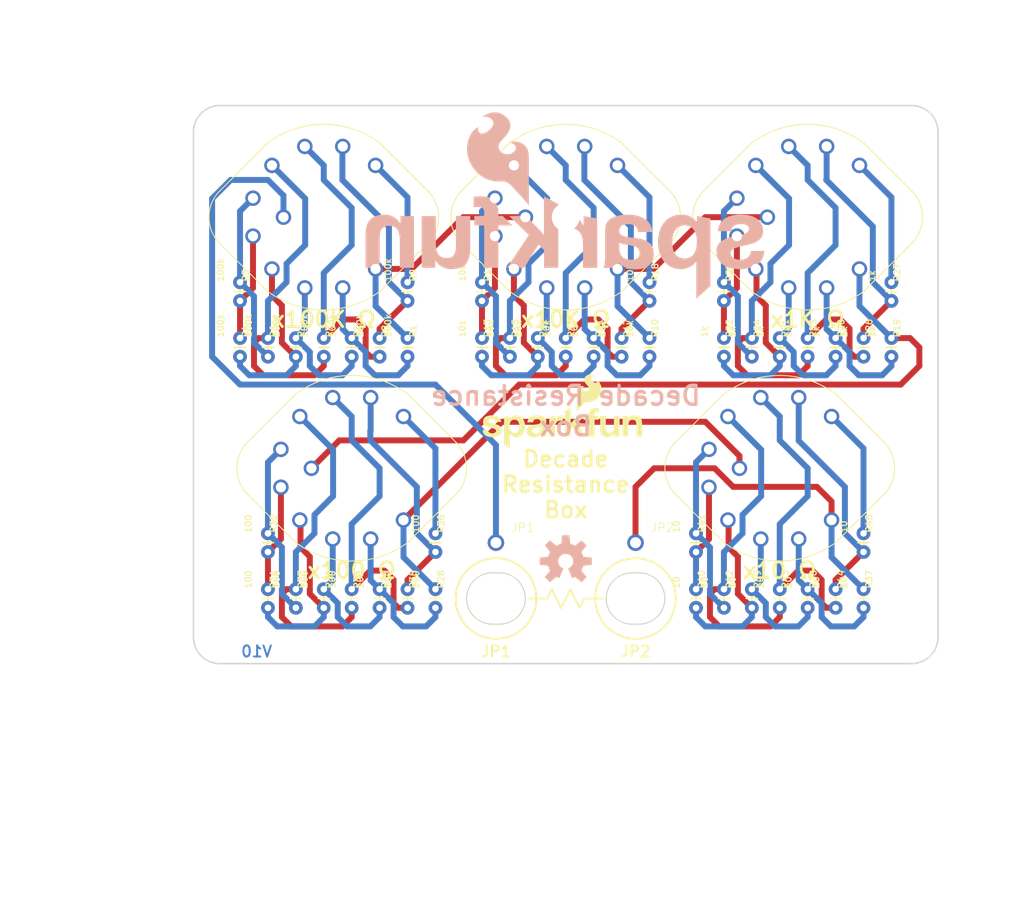
<source format=kicad_pcb>
(kicad_pcb (version 20211014) (generator pcbnew)
  (layers (0 "F.Cu" signal) (31 "B.Cu" signal) (34 "B.Paste" user) (35 "F.Paste" user) (36 "B.SilkS" user "B.Silkscreen") (37 "F.SilkS" user "F.Silkscreen") (38 "B.Mask" user) (39 "F.Mask" user) (44 "Edge.Cuts" user))
  (net 0 "")
  (net 1 "N$1")
  (net 2 "N$2")
  (net 3 "N$3")
  (net 4 "N$4")
  (net 5 "N$5")
  (net 6 "N$6")
  (net 7 "N$7")
  (net 8 "N$8")
  (net 9 "N$9")
  (net 10 "N$10")
  (net 11 "N$17")
  (net 12 "N$11")
  (net 13 "N$12")
  (net 14 "N$13")
  (net 15 "N$14")
  (net 16 "N$15")
  (net 17 "N$16")
  (net 18 "N$18")
  (net 19 "N$19")
  (net 20 "N$20")
  (net 21 "N$21")
  (net 22 "N$23")
  (net 23 "N$24")
  (net 24 "N$25")
  (net 25 "N$26")
  (net 26 "N$27")
  (net 27 "N$28")
  (net 28 "N$29")
  (net 29 "N$30")
  (net 30 "N$31")
  (net 31 "N$32")
  (net 32 "N$34")
  (net 33 "N$35")
  (net 34 "N$36")
  (net 35 "N$37")
  (net 36 "N$38")
  (net 37 "N$39")
  (net 38 "N$40")
  (net 39 "N$41")
  (net 40 "N$42")
  (net 41 "N$43")
  (net 42 "N$45")
  (net 43 "N$46")
  (net 44 "N$47")
  (net 45 "N$48")
  (net 46 "N$49")
  (net 47 "N$50")
  (net 48 "N$51")
  (net 49 "N$52")
  (net 50 "N$53")
  (net 51 "N$54")
  (footprint "boardEagle:STAND-OFF" (layer "F.Cu") (at 195.4911 70.7136)
    (fp_text reference "STANDOFF4" hide)
    (fp_text value "STAND-OFF" hide)
  )
  (footprint "boardEagle:AXIAL-0.1EZ" (layer "F.Cu") (at 181.5211 132.9436 -90)
    (fp_text reference "R38")
    (fp_text value "10")
  )
  (footprint "" (layer "F.Cu") (at 119.2911 116.4336)
    (fp_text reference "@HOLE4" hide)
    (fp_text value "")
  )
  (footprint "boardEagle:STAND-OFF" (layer "F.Cu") (at 101.5111 139.2936)
    (fp_text reference "STANDOFF2" hide)
    (fp_text value "STAND-OFF" hide)
  )
  (footprint "" (layer "F.Cu") (at 181.5211 82.1436)
    (fp_text reference "@HOLE2" hide)
    (fp_text value "")
  )
  (footprint "boardEagle:AXIAL-0.1EZ" (layer "F.Cu") (at 152.3111 98.6536 -90)
    (fp_text reference "R11")
    (fp_text value "10k")
  )
  (footprint "boardEagle:AXIAL-0.1EZ" (layer "F.Cu") (at 189.1411 132.9436 -90)
    (fp_text reference "R37")
    (fp_text value "10")
  )
  (footprint "boardEagle:AXIAL-0.1EZ" (layer "F.Cu") (at 126.9111 98.6536 -90)
    (fp_text reference "R1")
    (fp_text value "100k")
  )
  (footprint "boardEagle:AXIAL-0.1EZ" (layer "F.Cu") (at 148.5011 98.6536 -90)
    (fp_text reference "R16")
    (fp_text value "10k")
  )
  (footprint "boardEagle:ROTARY_SWITCH_1X10_KIT" (layer "F.Cu") (at 181.5211 82.1436 -90)
    (fp_text reference "SW3" hide)
    (fp_text value "SWITCH_ROTARY_1X10KIT" hide)
  )
  (footprint "boardEagle:AXIAL-0.1EZ" (layer "F.Cu") (at 156.1211 98.6536 -90)
    (fp_text reference "R17")
    (fp_text value "10k")
  )
  (footprint "boardEagle:AXIAL-0.1EZ" (layer "F.Cu") (at 140.8811 98.6536 -90)
    (fp_text reference "R15")
    (fp_text value "10k")
  )
  (footprint "boardEagle:ROTARY_SWITCH_1X10_KIT" (layer "F.Cu") (at 148.5011 82.1436 -90)
    (fp_text reference "SW2" hide)
    (fp_text value "SWITCH_ROTARY_1X10KIT" hide)
  )
  (footprint "boardEagle:AXIAL-0.1EZ" (layer "F.Cu") (at 173.9011 98.6536 -90)
    (fp_text reference "R24")
    (fp_text value "1k")
  )
  (footprint "boardEagle:AXIAL-0.1EZ" (layer "F.Cu") (at 111.6711 132.9436 -90)
    (fp_text reference "R33")
    (fp_text value "100")
  )
  (footprint "boardEagle:STAND-OFF" (layer "F.Cu") (at 195.4911 139.2936)
    (fp_text reference "STANDOFF3" hide)
    (fp_text value "STAND-OFF" hide)
  )
  (footprint "boardEagle:AXIAL-0.1EZ" (layer "F.Cu") (at 159.9311 91.0336 -90)
    (fp_text reference "R18")
    (fp_text value "10k")
  )
  (footprint "boardEagle:AXIAL-0.1EZ" (layer "F.Cu") (at 115.4811 98.6536 -90)
    (fp_text reference "R7")
    (fp_text value "100k")
  )
  (footprint "boardEagle:ROTARY_SWITCH_1X10_KIT" (layer "F.Cu") (at 177.7111 116.4336 -90)
    (fp_text reference "SW5" hide)
    (fp_text value "SWITCH_ROTARY_1X10KIT" hide)
  )
  (footprint "boardEagle:CREATIVE_COMMONS" (layer "F.Cu") (at 121.8311 176.1236)
    (fp_text reference "FRAME1" hide)
    (fp_text value "FRAME-LETTER" hide)
  )
  (footprint "boardEagle:AXIAL-0.1EZ" (layer "F.Cu") (at 192.9511 98.6536 -90)
    (fp_text reference "R19")
    (fp_text value "1k")
  )
  (footprint "boardEagle:OSHW-LOGO-L" (layer "F.Cu") (at 148.5011 129.1336)
    (fp_text reference "LOGO1" hide)
    (fp_text value "OSHW-LOGOL" hide)
  )
  (footprint "boardEagle:AXIAL-0.1EZ" (layer "F.Cu") (at 123.1011 132.9436 -90)
    (fp_text reference "R29")
    (fp_text value "100")
  )
  (footprint "boardEagle:AXIAL-0.1EZ" (layer "F.Cu") (at 111.6711 98.6536 -90)
    (fp_text reference "R3")
    (fp_text value "100k")
  )
  (footprint "boardEagle:AXIAL-0.1EZ" (layer "F.Cu") (at 170.0911 132.9436 -90)
    (fp_text reference "R42")
    (fp_text value "10")
  )
  (footprint "boardEagle:AXIAL-0.1EZ" (layer "F.Cu") (at 185.3311 132.9436 -90)
    (fp_text reference "R44")
    (fp_text value "10")
  )
  (footprint "boardEagle:STAND-OFF" (layer "F.Cu") (at 101.5111 70.7136)
    (fp_text reference "STANDOFF1" hide)
    (fp_text value "STAND-OFF" hide)
  )
  (footprint "" (layer "F.Cu") (at 148.5011 82.1436)
    (fp_text reference "@HOLE1" hide)
    (fp_text value "")
  )
  (footprint "boardEagle:AXIAL-0.1EZ" (layer "F.Cu") (at 166.2811 132.9436 -90)
    (fp_text reference "R40")
    (fp_text value "10")
  )
  (footprint "boardEagle:AXIAL-0.1EZ" (layer "F.Cu") (at 104.0511 98.6536 -90)
    (fp_text reference "R4")
    (fp_text value "100k")
  )
  (footprint "boardEagle:ROTARY_SWITCH_1X10_KIT" (layer "F.Cu") (at 119.2911 116.4336 -90)
    (fp_text reference "SW4" hide)
    (fp_text value "SWITCH_ROTARY_1X10KIT" hide)
  )
  (footprint "boardEagle:AXIAL-0.1EZ" (layer "F.Cu") (at 126.9111 132.9436 -90)
    (fp_text reference "R35")
    (fp_text value "100")
  )
  (footprint "boardEagle:AXIAL-0.1EZ" (layer "F.Cu") (at 130.7211 125.3236 -90)
    (fp_text reference "R36")
    (fp_text value "100")
  )
  (footprint "boardEagle:AXIAL-0.1EZ" (layer "F.Cu") (at 115.4811 132.9436 -90)
    (fp_text reference "R30")
    (fp_text value "100")
  )
  (footprint "boardEagle:AXIAL-0.1EZ" (layer "F.Cu") (at 119.2911 98.6536 -90)
    (fp_text reference "R2")
    (fp_text value "100k")
  )
  (footprint "boardEagle:AXIAL-0.1EZ" (layer "F.Cu") (at 177.7111 98.6536 -90)
    (fp_text reference "R21")
    (fp_text value "1k")
  )
  (footprint "boardEagle:AXIAL-0.1EZ" (layer "F.Cu") (at 137.0711 98.6536 -90)
    (fp_text reference "R13")
    (fp_text value "10k")
  )
  (footprint "boardEagle:AXIAL-0.1EZ" (layer "F.Cu") (at 119.2911 132.9436 -90)
    (fp_text reference "R34")
    (fp_text value "100")
  )
  (footprint "boardEagle:AXIAL-0.1EZ" (layer "F.Cu") (at 137.0711 91.0336 -90)
    (fp_text reference "R14")
    (fp_text value "10k")
  )
  (footprint "boardEagle:AXIAL-0.1EZ" (layer "F.Cu") (at 107.8611 132.9436 -90)
    (fp_text reference "R31")
    (fp_text value "100")
  )
  (footprint "boardEagle:BANANA-JACK" (layer "F.Cu") (at 138.9761 134.2136)
    (fp_text reference "JP1")
    (fp_text value "")
    (fp_line (start -0.5 3.5) (end 0.5 3.5) (layer "Edge.Cuts") (width 0.127))
    (fp_line (start 0.5 -3.5) (end -0.5 -3.5) (layer "Edge.Cuts") (width 0.127))
    (fp_arc (start 3.999999 -0.000001) (mid 2.974873 2.474873) (end 0.5 3.5) (layer "Edge.Cuts") (width 0.127))
    (fp_arc (start -0.499999 3.500001) (mid -2.974873 2.474874) (end -4 0) (layer "Edge.Cuts") (width 0.127))
    (fp_arc (start -3.999999 0.000001) (mid -2.974873 -2.474873) (end -0.5 -3.5) (layer "Edge.Cuts") (width 0.127))
    (fp_arc (start 0.499999 -3.500001) (mid 2.974873 -2.474874) (end 4 0) (layer "Edge.Cuts") (width 0.127))
  )
  (footprint "boardEagle:AXIAL-0.1EZ" (layer "F.Cu") (at 177.7111 132.9436 -90)
    (fp_text reference "R43")
    (fp_text value "10")
  )
  (footprint "boardEagle:AXIAL-0.1EZ" (layer "F.Cu") (at 144.6911 98.6536 -90)
    (fp_text reference "R12")
    (fp_text value "10k")
  )
  (footprint "boardEagle:AXIAL-0.1EZ" (layer "F.Cu") (at 173.9011 132.9436 -90)
    (fp_text reference "R39")
    (fp_text value "10")
  )
  (footprint "boardEagle:AXIAL-0.1EZ" (layer "F.Cu") (at 192.9511 91.0336 -90)
    (fp_text reference "R27")
    (fp_text value "1k")
  )
  (footprint "boardEagle:AXIAL-0.1EZ" (layer "F.Cu") (at 170.0911 91.0336 -90)
    (fp_text reference "R23")
    (fp_text value "1k")
  )
  (footprint "" (layer "F.Cu") (at 115.4811 82.1436)
    (fp_text reference "@HOLE0" hide)
    (fp_text value "")
  )
  (footprint "boardEagle:AXIAL-0.1EZ" (layer "F.Cu") (at 185.3311 98.6536 -90)
    (fp_text reference "R20")
    (fp_text value "1k")
  )
  (footprint "boardEagle:AXIAL-0.1EZ" (layer "F.Cu") (at 166.2811 125.3236 -90)
    (fp_text reference "R41")
    (fp_text value "10")
  )
  (footprint "boardEagle:AXIAL-0.1EZ" (layer "F.Cu") (at 159.9311 98.6536 -90)
    (fp_text reference "R10")
    (fp_text value "10k")
  )
  (footprint "boardEagle:AXIAL-0.1EZ" (layer "F.Cu") (at 170.0911 98.6536 -90)
    (fp_text reference "R22")
    (fp_text value "1k")
  )
  (footprint "boardEagle:AXIAL-0.1EZ" (layer "F.Cu") (at 130.7211 132.9436 -90)
    (fp_text reference "R28")
    (fp_text value "100")
  )
  (footprint "boardEagle:SFE_LOGO_NAME_FLAME_.2" (layer "F.Cu") (at 136.4361 113.8936)
    (fp_text reference "LOGO2" hide)
    (fp_text value "SFE_LOGO_NAME_FLAME.2_INCH" hide)
  )
  (footprint "boardEagle:AXIAL-0.1EZ" (layer "F.Cu") (at 126.9111 91.0336 -90)
    (fp_text reference "R9")
    (fp_text value "100k")
  )
  (footprint "boardEagle:AXIAL-0.1EZ" (layer "F.Cu") (at 107.8611 98.6536 -90)
    (fp_text reference "R6")
    (fp_text value "100k")
  )
  (footprint "boardEagle:AXIAL-0.1EZ" (layer "F.Cu") (at 181.5211 98.6536 -90)
    (fp_text reference "R25")
    (fp_text value "1k")
  )
  (footprint "boardEagle:AXIAL-0.1EZ" (layer "F.Cu") (at 189.1411 98.6536 -90)
    (fp_text reference "R26")
    (fp_text value "1k")
  )
  (footprint "" (layer "F.Cu") (at 177.7111 116.4336)
    (fp_text reference "@HOLE3" hide)
    (fp_text value "")
  )
  (footprint "boardEagle:AXIAL-0.1EZ" (layer "F.Cu") (at 107.8611 125.3236 -90)
    (fp_text reference "R32")
    (fp_text value "100")
  )
  (footprint "boardEagle:AXIAL-0.1EZ" (layer "F.Cu") (at 104.0511 91.0336 -90)
    (fp_text reference "R5")
    (fp_text value "100k")
  )
  (footprint "boardEagle:AXIAL-0.1EZ" (layer "F.Cu") (at 123.1011 98.6536 -90)
    (fp_text reference "R8")
    (fp_text value "100k")
  )
  (footprint "boardEagle:BANANA-JACK" (layer "F.Cu") (at 158.0261 134.2136)
    (fp_text reference "JP2")
    (fp_text value "")
    (fp_line (start -0.5 3.5) (end 0.5 3.5) (layer "Edge.Cuts") (width 0.127))
    (fp_line (start 0.5 -3.5) (end -0.5 -3.5) (layer "Edge.Cuts") (width 0.127))
    (fp_arc (start 3.999999 -0.000001) (mid 2.974873 2.474873) (end 0.5 3.5) (layer "Edge.Cuts") (width 0.127))
    (fp_arc (start -3.999999 0.000001) (mid -2.974873 -2.474873) (end -0.5 -3.5) (layer "Edge.Cuts") (width 0.127))
    (fp_arc (start 0.499999 -3.500001) (mid 2.974873 -2.474874) (end 4 0) (layer "Edge.Cuts") (width 0.127))
    (fp_arc (start -0.499999 3.500001) (mid -2.974873 2.474874) (end -4 0) (layer "Edge.Cuts") (width 0.127))
  )
  (footprint "boardEagle:AXIAL-0.1EZ" (layer "F.Cu") (at 189.1411 125.3236 -90)
    (fp_text reference "R45")
    (fp_text value "10")
  )
  (footprint "boardEagle:ROTARY_SWITCH_1X10_KIT" (layer "F.Cu") (at 115.4811 82.1436 -90)
    (fp_text reference "SW1" hide)
    (fp_text value "SWITCH_ROTARY_1X10KIT" hide)
  )
  (footprint "boardEagle:OSHW-LOGO-L" (layer "B.Cu") (at 148.5011 129.1336 180)
    (fp_text reference "LOGO4" hide)
    (fp_text value "OSHW-LOGOL" hide)
  )
  (footprint "boardEagle:SFE_LOGO_NAME_FLAME_.5" (layer "B.Cu") (at 176.4411 93.5736 180)
    (fp_text reference "LOGO3" hide)
    (fp_text value "SFE_LOGO_NAME_FLAME.5_INCH" hide)
  )
  (gr_line (start 145.9611 134.2136) (end 146.5961 132.9436) (layer "F.SilkS") (width 0.254))
  (gr_line (start 146.5961 132.9436) (end 147.8661 135.4836) (layer "F.SilkS") (width 0.254))
  (gr_line (start 153.5811 134.2136) (end 151.0411 134.2136) (layer "F.SilkS") (width 0.254))
  (gr_line (start 150.4061 135.4836) (end 151.0411 134.2136) (layer "F.SilkS") (width 0.254))
  (gr_line (start 149.1361 132.9436) (end 150.4061 135.4836) (layer "F.SilkS") (width 0.254))
  (gr_line (start 147.8661 135.4836) (end 149.1361 132.9436) (layer "F.SilkS") (width 0.254))
  (gr_line (start 143.4211 134.2136) (end 145.9611 134.2136) (layer "F.SilkS") (width 0.254))
  (gr_arc (start 195.709 66.9036) (mid 198.248998 67.955702) (end 199.3011 70.4957) (layer "Edge.Cuts") (width 0.2032))
  (gr_arc (start 199.3011 139.5115) (mid 198.248998 142.051498) (end 195.709 143.1036) (layer "Edge.Cuts") (width 0.2032))
  (gr_line (start 97.7011 70.4957) (end 97.7011 139.5115) (layer "Edge.Cuts") (width 0.2032))
  (gr_arc (start 97.7011 70.4957) (mid 98.753202 67.955702) (end 101.2932 66.9036) (layer "Edge.Cuts") (width 0.2032))
  (gr_line (start 101.2932 143.1036) (end 195.709 143.1036) (layer "Edge.Cuts") (width 0.2032))
  (gr_line (start 195.709 66.9036) (end 101.2932 66.9036) (layer "Edge.Cuts") (width 0.2032))
  (gr_line (start 199.3011 139.5115) (end 199.3011 70.4957) (layer "Edge.Cuts") (width 0.2032))
  (gr_arc (start 101.2932 143.1036) (mid 98.753202 142.051498) (end 97.7011 139.5115) (layer "Edge.Cuts") (width 0.2032))
  (gr_text "V10" (at 104.0511 140.5636) (layer "B.Cu") (effects (font (size 1.5113 1.5113) (thickness 0.2667)) (justify right top mirror)))
  (gr_text "Decade Resistance\nBox\n" (at 148.5011 105.0036) (layer "B.SilkS") (effects (font (size 2.5908 2.5908) (thickness 0.4572)) (justify top mirror)))
  (gr_text "x100 Ω" (at 119.2911 129.1336) (layer "F.SilkS") (effects (font (size 2.159 2.159) (thickness 0.381)) (justify top)))
  (gr_text "x10K Ω" (at 148.5011 94.8436) (layer "F.SilkS") (effects (font (size 2.159 2.159) (thickness 0.381)) (justify top)))
  (gr_text "x100K Ω" (at 115.4811 94.8436) (layer "F.SilkS") (effects (font (size 2.159 2.159) (thickness 0.381)) (justify top)))
  (gr_text "Decade\nResistance\nBox\n" (at 148.5011 113.8936) (layer "F.SilkS") (effects (font (size 2.159 2.159) (thickness 0.381)) (justify top)))
  (gr_text "x10 Ω" (at 177.7111 129.1336) (layer "F.SilkS") (effects (font (size 2.159 2.159) (thickness 0.381)) (justify top)))
  (gr_text "JP2" (at 158.0261 140.5636) (layer "F.SilkS") (effects (font (size 1.5113 1.5113) (thickness 0.2667)) (justify top)))
  (gr_text "x1K Ω" (at 181.5211 94.8436) (layer "F.SilkS") (effects (font (size 2.159 2.159) (thickness 0.381)) (justify top)))
  (gr_text "JP1" (at 138.9761 140.5636) (layer "F.SilkS") (effects (font (size 1.5113 1.5113) (thickness 0.2667)) (justify top)))
  (segment (start 127.460031 89.214669) (end 134.5311 82.1436) (width 0.8128) (layer "F.Cu") (net 1))
  (segment (start 122.552168 89.214669) (end 127.460031 89.214669) (width 0.8128) (layer "F.Cu") (net 1))
  (segment (start 134.5311 82.1436) (end 143.0011 82.1436) (width 0.8128) (layer "F.Cu") (net 1))
  (segment (start 122.552168 94.294669) (end 126.9111 98.6536) (width 0.8128) (layer "B.Cu") (net 1))
  (segment (start 122.552168 89.214669) (end 122.552168 94.294669) (width 0.8128) (layer "B.Cu") (net 1))
  (segment (start 121.1961 102.4636) (end 121.1961 100.5586) (width 0.8128) (layer "B.Cu") (net 2))
  (segment (start 119.2911 98.6536) (end 118.06929 97.431791) (width 0.8128) (layer "B.Cu") (net 2))
  (segment (start 126.9111 101.1936) (end 126.9111 102.4636) (width 0.8128) (layer "B.Cu") (net 2))
  (segment (start 125.6411 103.7336) (end 122.4661 103.7336) (width 0.8128) (layer "B.Cu") (net 2))
  (segment (start 126.9111 102.4636) (end 125.6411 103.7336) (width 0.8128) (layer "B.Cu") (net 2))
  (segment (start 122.4661 103.7336) (end 121.1961 102.4636) (width 0.8128) (layer "B.Cu") (net 2))
  (segment (start 118.06929 97.431791) (end 118.06929 91.80286) (width 0.8128) (layer "B.Cu") (net 2))
  (segment (start 121.1961 100.5586) (end 119.2911 98.6536) (width 0.8128) (layer "B.Cu") (net 2))
  (segment (start 118.0211 103.7336) (end 114.8461 103.7336) (width 0.8128) (layer "B.Cu") (net 3))
  (segment (start 113.5761 102.4636) (end 113.5761 100.5586) (width 0.8128) (layer "B.Cu") (net 3))
  (segment (start 112.892909 97.431791) (end 112.892909 91.80286) (width 0.8128) (layer "B.Cu") (net 3))
  (segment (start 111.6711 98.6536) (end 112.892909 97.431791) (width 0.8128) (layer "B.Cu") (net 3))
  (segment (start 119.2911 102.4636) (end 118.0211 103.7336) (width 0.8128) (layer "B.Cu") (net 3))
  (segment (start 119.2911 101.1936) (end 119.2911 102.4636) (width 0.8128) (layer "B.Cu") (net 3))
  (segment (start 114.8461 103.7336) (end 113.5761 102.4636) (width 0.8128) (layer "B.Cu") (net 3))
  (segment (start 113.5761 100.5586) (end 111.6711 98.6536) (width 0.8128) (layer "B.Cu") (net 3))
  (segment (start 109.7661 94.2086) (end 109.7661 99.2886) (width 0.8128) (layer "F.Cu") (net 4))
  (segment (start 108.410031 92.852532) (end 109.7661 94.2086) (width 0.8128) (layer "F.Cu") (net 4))
  (segment (start 108.410031 89.214669) (end 108.410031 92.852532) (width 0.8128) (layer "F.Cu") (net 4))
  (segment (start 109.7661 99.2886) (end 111.6711 101.1936) (width 0.8128) (layer "F.Cu") (net 4))
  (segment (start 105.3211 103.7336) (end 104.0511 102.4636) (width 0.8128) (layer "B.Cu") (net 4))
  (segment (start 104.0511 102.4636) (end 104.0511 101.1936) (width 0.8128) (layer "B.Cu") (net 4))
  (segment (start 110.4011 103.7336) (end 105.3211 103.7336) (width 0.8128) (layer "B.Cu") (net 4))
  (segment (start 111.6711 101.1936) (end 111.6711 102.4636) (width 0.8128) (layer "B.Cu") (net 4))
  (segment (start 111.6711 102.4636) (end 110.4011 103.7336) (width 0.8128) (layer "B.Cu") (net 4))
  (segment (start 104.0511 93.5736) (end 104.0511 98.6536) (width 0.8128) (layer "F.Cu") (net 5))
  (segment (start 105.82184 84.731791) (end 105.82184 91.80286) (width 0.8128) (layer "F.Cu") (net 5))
  (segment (start 105.82184 91.80286) (end 104.0511 93.5736) (width 0.8128) (layer "F.Cu") (net 5))
  (segment (start 104.0511 91.0336) (end 105.9561 92.9386) (width 0.8128) (layer "B.Cu") (net 6))
  (segment (start 105.82184 79.55541) (end 104.0511 81.32615) (width 0.8128) (layer "B.Cu") (net 6))
  (segment (start 107.8611 101.1936) (end 105.9561 99.2886) (width 0.8128) (layer "B.Cu") (net 6))
  (segment (start 104.0511 81.32615) (end 104.0511 91.0336) (width 0.8128) (layer "B.Cu") (net 6))
  (segment (start 105.9561 92.9386) (end 105.9561 99.2886) (width 0.8128) (layer "B.Cu") (net 6))
  (segment (start 105.9561 102.4636) (end 107.2261 103.7336) (width 0.8128) (layer "F.Cu") (net 7))
  (segment (start 115.4811 102.4636) (end 115.4811 101.1936) (width 0.8128) (layer "F.Cu") (net 7))
  (segment (start 107.2261 103.7336) (end 114.2111 103.7336) (width 0.8128) (layer "F.Cu") (net 7))
  (segment (start 105.9561 99.2886) (end 105.9561 102.4636) (width 0.8128) (layer "F.Cu") (net 7))
  (segment (start 107.8611 98.6536) (end 106.5911 98.6536) (width 0.8128) (layer "F.Cu") (net 7))
  (segment (start 106.5911 98.6536) (end 105.9561 99.2886) (width 0.8128) (layer "F.Cu") (net 7))
  (segment (start 114.2111 103.7336) (end 115.4811 102.4636) (width 0.8128) (layer "F.Cu") (net 7))
  (segment (start 108.410031 75.072532) (end 112.9411 79.6036) (width 0.8128) (layer "B.Cu") (net 7))
  (segment (start 112.9411 85.9536) (end 110.4011 88.4936) (width 0.8128) (layer "B.Cu") (net 7))
  (segment (start 112.9411 79.6036) (end 112.9411 85.9536) (width 0.8128) (layer "B.Cu") (net 7))
  (segment (start 110.4011 88.4936) (end 110.4011 91.0336) (width 0.8128) (layer "B.Cu") (net 7))
  (segment (start 107.8611 93.5736) (end 107.8611 98.6536) (width 0.8128) (layer "B.Cu") (net 7))
  (segment (start 110.4011 91.0336) (end 107.8611 93.5736) (width 0.8128) (layer "B.Cu") (net 7))
  (segment (start 118.0211 96.1136) (end 115.4811 98.6536) (width 0.8128) (layer "F.Cu") (net 8))
  (segment (start 121.1961 100.5586) (end 121.1961 97.3836) (width 0.8128) (layer "F.Cu") (net 8))
  (segment (start 121.8311 101.1936) (end 121.1961 100.5586) (width 0.8128) (layer "F.Cu") (net 8))
  (segment (start 121.1961 97.3836) (end 119.9261 96.1136) (width 0.8128) (layer "F.Cu") (net 8))
  (segment (start 119.9261 96.1136) (end 118.0211 96.1136) (width 0.8128) (layer "F.Cu") (net 8))
  (segment (start 123.1011 101.1936) (end 121.8311 101.1936) (width 0.8128) (layer "F.Cu") (net 8))
  (segment (start 119.2911 80.8736) (end 119.2911 85.9536) (width 0.8128) (layer "B.Cu") (net 8))
  (segment (start 119.2911 85.9536) (end 115.4811 89.7636) (width 0.8128) (layer "B.Cu") (net 8))
  (segment (start 112.892909 72.484341) (end 115.4811 75.072532) (width 0.8128) (layer "B.Cu") (net 8))
  (segment (start 115.4811 75.072532) (end 115.4811 77.0636) (width 0.8128) (layer "B.Cu") (net 8))
  (segment (start 115.4811 77.0636) (end 119.2911 80.8736) (width 0.8128) (layer "B.Cu") (net 8))
  (segment (start 115.4811 89.7636) (end 115.4811 98.6536) (width 0.8128) (layer "B.Cu") (net 8))
  (segment (start 123.1011 98.6536) (end 123.1011 97.3836) (width 0.8128) (layer "F.Cu") (net 9))
  (segment (start 123.1011 97.3836) (end 126.9111 93.5736) (width 0.8128) (layer "F.Cu") (net 9))
  (segment (start 124.3711 91.0336) (end 124.3711 83.4136) (width 0.8128) (layer "B.Cu") (net 9))
  (segment (start 126.9111 93.5736) (end 124.3711 91.0336) (width 0.8128) (layer "B.Cu") (net 9))
  (segment (start 118.0211 77.0636) (end 124.3711 83.4136) (width 0.8128) (layer "B.Cu") (net 9))
  (segment (start 118.06929 72.484341) (end 118.0211 72.532532) (width 0.8128) (layer "B.Cu") (net 9))
  (segment (start 118.0211 72.532532) (end 118.0211 77.0636) (width 0.8128) (layer "B.Cu") (net 9))
  (segment (start 126.9111 79.431463) (end 122.552168 75.072532) (width 0.8128) (layer "B.Cu") (net 10))
  (segment (start 126.9111 91.0336) (end 126.9111 79.431463) (width 0.8128) (layer "B.Cu") (net 10))
  (segment (start 138.9761 113.2586) (end 130.7211 105.0036) (width 0.8128) (layer "B.Cu") (net 11))
  (segment (start 107.8611 77.0636) (end 109.9811 79.1836) (width 0.8128) (layer "B.Cu") (net 11))
  (segment (start 102.7811 77.0636) (end 107.8611 77.0636) (width 0.8128) (layer "B.Cu") (net 11))
  (segment (start 100.2411 79.6036) (end 102.7811 77.0636) (width 0.8128) (layer "B.Cu") (net 11))
  (segment (start 130.7211 105.0036) (end 104.0511 105.0036) (width 0.8128) (layer "B.Cu") (net 11))
  (segment (start 100.2411 101.1936) (end 100.2411 79.6036) (width 0.8128) (layer "B.Cu") (net 11))
  (segment (start 109.9811 79.1836) (end 109.9811 82.1436) (width 0.8128) (layer "B.Cu") (net 11))
  (segment (start 138.9761 126.5936) (end 138.9761 113.2586) (width 0.8128) (layer "B.Cu") (net 11))
  (segment (start 104.0511 105.0036) (end 100.2411 101.1936) (width 0.8128) (layer "B.Cu") (net 11))
  (segment (start 160.480031 89.214669) (end 167.5511 82.1436) (width 0.8128) (layer "F.Cu") (net 12))
  (segment (start 155.572168 89.214669) (end 160.480031 89.214669) (width 0.8128) (layer "F.Cu") (net 12))
  (segment (start 167.5511 82.1436) (end 176.0211 82.1436) (width 0.8128) (layer "F.Cu") (net 12))
  (segment (start 155.572168 89.214669) (end 155.572168 94.294669) (width 0.8128) (layer "B.Cu") (net 12))
  (segment (start 155.572168 94.294669) (end 159.9311 98.6536) (width 0.8128) (layer "B.Cu") (net 12))
  (segment (start 159.9311 101.1936) (end 159.9311 102.4636) (width 0.8128) (layer "B.Cu") (net 13))
  (segment (start 154.2161 102.4636) (end 154.2161 100.5586) (width 0.8128) (layer "B.Cu") (net 13))
  (segment (start 152.3111 98.6536) (end 151.08929 97.431791) (width 0.8128) (layer "B.Cu") (net 13))
  (segment (start 151.08929 97.431791) (end 151.08929 91.80286) (width 0.8128) (layer "B.Cu") (net 13))
  (segment (start 159.9311 102.4636) (end 158.6611 103.7336) (width 0.8128) (layer "B.Cu") (net 13))
  (segment (start 158.6611 103.7336) (end 155.4861 103.7336) (width 0.8128) (layer "B.Cu") (net 13))
  (segment (start 155.4861 103.7336) (end 154.2161 102.4636) (width 0.8128) (layer "B.Cu") (net 13))
  (segment (start 154.2161 100.5586) (end 152.3111 98.6536) (width 0.8128) (layer "B.Cu") (net 13))
  (segment (start 152.3111 101.1936) (end 152.3111 102.4636) (width 0.8128) (layer "B.Cu") (net 14))
  (segment (start 145.912909 97.431791) (end 145.912909 91.80286) (width 0.8128) (layer "B.Cu") (net 14))
  (segment (start 146.5961 102.4636) (end 146.5961 100.5586) (width 0.8128) (layer "B.Cu") (net 14))
  (segment (start 144.6911 98.6536) (end 145.912909 97.431791) (width 0.8128) (layer "B.Cu") (net 14))
  (segment (start 147.8661 103.7336) (end 146.5961 102.4636) (width 0.8128) (layer "B.Cu") (net 14))
  (segment (start 151.0411 103.7336) (end 147.8661 103.7336) (width 0.8128) (layer "B.Cu") (net 14))
  (segment (start 152.3111 102.4636) (end 151.0411 103.7336) (width 0.8128) (layer "B.Cu") (net 14))
  (segment (start 146.5961 100.5586) (end 144.6911 98.6536) (width 0.8128) (layer "B.Cu") (net 14))
  (segment (start 142.7861 94.2086) (end 142.7861 99.2886) (width 0.8128) (layer "F.Cu") (net 15))
  (segment (start 141.430031 89.214669) (end 141.430031 92.852532) (width 0.8128) (layer "F.Cu") (net 15))
  (segment (start 141.430031 92.852532) (end 142.7861 94.2086) (width 0.8128) (layer "F.Cu") (net 15))
  (segment (start 142.7861 99.2886) (end 144.6911 101.1936) (width 0.8128) (layer "F.Cu") (net 15))
  (segment (start 137.0711 101.1936) (end 137.0711 102.4636) (width 0.8128) (layer "B.Cu") (net 15))
  (segment (start 137.0711 102.4636) (end 138.3411 103.7336) (width 0.8128) (layer "B.Cu") (net 15))
  (segment (start 143.4211 103.7336) (end 144.6911 102.4636) (width 0.8128) (layer "B.Cu") (net 15))
  (segment (start 138.3411 103.7336) (end 143.4211 103.7336) (width 0.8128) (layer "B.Cu") (net 15))
  (segment (start 144.6911 102.4636) (end 144.6911 101.1936) (width 0.8128) (layer "B.Cu") (net 15))
  (segment (start 138.84184 91.80286) (end 137.0711 93.5736) (width 0.8128) (layer "F.Cu") (net 16))
  (segment (start 138.84184 84.731791) (end 138.84184 91.80286) (width 0.8128) (layer "F.Cu") (net 16))
  (segment (start 137.0711 93.5736) (end 137.0711 98.6536) (width 0.8128) (layer "F.Cu") (net 16))
  (segment (start 138.9761 92.9386) (end 138.9761 99.2886) (width 0.8128) (layer "B.Cu") (net 17))
  (segment (start 137.0711 91.0336) (end 138.9761 92.9386) (width 0.8128) (layer "B.Cu") (net 17))
  (segment (start 138.84184 79.55541) (end 137.0711 81.32615) (width 0.8128) (layer "B.Cu") (net 17))
  (segment (start 140.8811 101.1936) (end 138.9761 99.2886) (width 0.8128) (layer "B.Cu") (net 17))
  (segment (start 137.0711 81.32615) (end 137.0711 91.0336) (width 0.8128) (layer "B.Cu") (net 17))
  (segment (start 148.5011 102.4636) (end 148.5011 101.1936) (width 0.8128) (layer "F.Cu") (net 18))
  (segment (start 147.2311 103.7336) (end 148.5011 102.4636) (width 0.8128) (layer "F.Cu") (net 18))
  (segment (start 139.6111 98.6536) (end 138.9761 99.2886) (width 0.8128) (layer "F.Cu") (net 18))
  (segment (start 138.9761 99.2886) (end 138.9761 102.4636) (width 0.8128) (layer "F.Cu") (net 18))
  (segment (start 140.8811 98.6536) (end 139.6111 98.6536) (width 0.8128) (layer "F.Cu") (net 18))
  (segment (start 138.9761 102.4636) (end 140.2461 103.7336) (width 0.8128) (layer "F.Cu") (net 18))
  (segment (start 140.2461 103.7336) (end 147.2311 103.7336) (width 0.8128) (layer "F.Cu") (net 18))
  (segment (start 140.8811 98.6536) (end 140.8811 93.5736) (width 0.8128) (layer "B.Cu") (net 18))
  (segment (start 145.9611 79.6036) (end 141.430031 75.072532) (width 0.8128) (layer "B.Cu") (net 18))
  (segment (start 145.9611 85.9536) (end 145.9611 79.6036) (width 0.8128) (layer "B.Cu") (net 18))
  (segment (start 140.8811 93.5736) (end 143.4211 91.0336) (width 0.8128) (layer "B.Cu") (net 18))
  (segment (start 143.4211 91.0336) (end 143.4211 88.4936) (width 0.8128) (layer "B.Cu") (net 18))
  (segment (start 143.4211 88.4936) (end 145.9611 85.9536) (width 0.8128) (layer "B.Cu") (net 18))
  (segment (start 154.8511 101.1936) (end 154.2161 100.5586) (width 0.8128) (layer "F.Cu") (net 19))
  (segment (start 152.9461 96.1136) (end 151.0411 96.1136) (width 0.8128) (layer "F.Cu") (net 19))
  (segment (start 156.1211 101.1936) (end 154.8511 101.1936) (width 0.8128) (layer "F.Cu") (net 19))
  (segment (start 151.0411 96.1136) (end 148.5011 98.6536) (width 0.8128) (layer "F.Cu") (net 19))
  (segment (start 154.2161 97.3836) (end 152.9461 96.1136) (width 0.8128) (layer "F.Cu") (net 19))
  (segment (start 154.2161 100.5586) (end 154.2161 97.3836) (width 0.8128) (layer "F.Cu") (net 19))
  (segment (start 148.5011 89.7636) (end 148.5011 98.6536) (width 0.8128) (layer "B.Cu") (net 19))
  (segment (start 148.5011 75.072532) (end 148.5011 77.0636) (width 0.8128) (layer "B.Cu") (net 19))
  (segment (start 148.5011 77.0636) (end 152.3111 80.8736) (width 0.8128) (layer "B.Cu") (net 19))
  (segment (start 145.912909 72.484341) (end 148.5011 75.072532) (width 0.8128) (layer "B.Cu") (net 19))
  (segment (start 152.3111 80.8736) (end 152.3111 85.9536) (width 0.8128) (layer "B.Cu") (net 19))
  (segment (start 152.3111 85.9536) (end 148.5011 89.7636) (width 0.8128) (layer "B.Cu") (net 19))
  (segment (start 156.1211 98.6536) (end 156.1211 97.3836) (width 0.8128) (layer "F.Cu") (net 20))
  (segment (start 156.1211 97.3836) (end 159.9311 93.5736) (width 0.8128) (layer "F.Cu") (net 20))
  (segment (start 151.08929 72.484341) (end 151.0411 72.532532) (width 0.8128) (layer "B.Cu") (net 20))
  (segment (start 157.3911 91.0336) (end 157.3911 83.4136) (width 0.8128) (layer "B.Cu") (net 20))
  (segment (start 151.0411 72.532532) (end 151.0411 77.0636) (width 0.8128) (layer "B.Cu") (net 20))
  (segment (start 157.3911 83.4136) (end 151.0411 77.0636) (width 0.8128) (layer "B.Cu") (net 20))
  (segment (start 159.9311 93.5736) (end 157.3911 91.0336) (width 0.8128) (layer "B.Cu") (net 20))
  (segment (start 159.9311 79.431463) (end 155.572168 75.072532) (width 0.8128) (layer "B.Cu") (net 21))
  (segment (start 159.9311 91.0336) (end 159.9311 79.431463) (width 0.8128) (layer "B.Cu") (net 21))
  (segment (start 196.7611 102.4636) (end 196.7611 99.9236) (width 0.8128) (layer "F.Cu") (net 22))
  (segment (start 196.7611 99.9236) (end 195.4911 98.6536) (width 0.8128) (layer "F.Cu") (net 22))
  (segment (start 117.6011 112.6236) (end 134.5311 112.6236) (width 0.8128) (layer "F.Cu") (net 22))
  (segment (start 134.5311 112.6236) (end 142.1511 105.0036) (width 0.8128) (layer "F.Cu") (net 22))
  (segment (start 113.7911 116.4336) (end 117.6011 112.6236) (width 0.8128) (layer "F.Cu") (net 22))
  (segment (start 142.1511 105.0036) (end 194.2211 105.0036) (width 0.8128) (layer "F.Cu") (net 22))
  (segment (start 195.4911 98.6536) (end 192.9511 98.6536) (width 0.8128) (layer "F.Cu") (net 22))
  (segment (start 194.2211 105.0036) (end 196.7611 102.4636) (width 0.8128) (layer "F.Cu") (net 22))
  (segment (start 188.592168 89.214669) (end 188.592168 94.294669) (width 0.8128) (layer "B.Cu") (net 22))
  (segment (start 188.592168 94.294669) (end 192.9511 98.6536) (width 0.8128) (layer "B.Cu") (net 22))
  (segment (start 191.6811 103.7336) (end 188.5061 103.7336) (width 0.8128) (layer "B.Cu") (net 23))
  (segment (start 192.9511 101.1936) (end 192.9511 102.4636) (width 0.8128) (layer "B.Cu") (net 23))
  (segment (start 187.2361 100.5586) (end 185.3311 98.6536) (width 0.8128) (layer "B.Cu") (net 23))
  (segment (start 188.5061 103.7336) (end 187.2361 102.4636) (width 0.8128) (layer "B.Cu") (net 23))
  (segment (start 192.9511 102.4636) (end 191.6811 103.7336) (width 0.8128) (layer "B.Cu") (net 23))
  (segment (start 184.10929 97.431791) (end 184.10929 91.80286) (width 0.8128) (layer "B.Cu") (net 23))
  (segment (start 185.3311 98.6536) (end 184.10929 97.431791) (width 0.8128) (layer "B.Cu") (net 23))
  (segment (start 187.2361 102.4636) (end 187.2361 100.5586) (width 0.8128) (layer "B.Cu") (net 23))
  (segment (start 179.6161 102.4636) (end 179.6161 100.5586) (width 0.8128) (layer "B.Cu") (net 24))
  (segment (start 179.6161 100.5586) (end 177.7111 98.6536) (width 0.8128) (layer "B.Cu") (net 24))
  (segment (start 178.932909 97.431791) (end 178.932909 91.80286) (width 0.8128) (layer "B.Cu") (net 24))
  (segment (start 185.3311 101.1936) (end 185.3311 102.4636) (width 0.8128) (layer "B.Cu") (net 24))
  (segment (start 185.3311 102.4636) (end 184.0611 103.7336) (width 0.8128) (layer "B.Cu") (net 24))
  (segment (start 184.0611 103.7336) (end 180.8861 103.7336) (width 0.8128) (layer "B.Cu") (net 24))
  (segment (start 177.7111 98.6536) (end 178.932909 97.431791) (width 0.8128) (layer "B.Cu") (net 24))
  (segment (start 180.8861 103.7336) (end 179.6161 102.4636) (width 0.8128) (layer "B.Cu") (net 24))
  (segment (start 175.8061 99.2886) (end 175.8061 94.2086) (width 0.8128) (layer "F.Cu") (net 25))
  (segment (start 177.7111 101.1936) (end 175.8061 99.2886) (width 0.8128) (layer "F.Cu") (net 25))
  (segment (start 174.5361 92.9386) (end 175.8061 94.2086) (width 0.8128) (layer "F.Cu") (net 25))
  (segment (start 174.450031 89.214669) (end 174.5361 89.300738) (width 0.8128) (layer "F.Cu") (net 25))
  (segment (start 174.5361 89.300738) (end 174.5361 92.9386) (width 0.8128) (layer "F.Cu") (net 25))
  (segment (start 177.7111 102.4636) (end 177.7111 101.1936) (width 0.8128) (layer "B.Cu") (net 25))
  (segment (start 171.3611 103.7336) (end 176.4411 103.7336) (width 0.8128) (layer "B.Cu") (net 25))
  (segment (start 176.4411 103.7336) (end 177.7111 102.4636) (width 0.8128) (layer "B.Cu") (net 25))
  (segment (start 170.0911 102.4636) (end 171.3611 103.7336) (width 0.8128) (layer "B.Cu") (net 25))
  (segment (start 170.0911 101.1936) (end 170.0911 102.4636) (width 0.8128) (layer "B.Cu") (net 25))
  (segment (start 171.86184 84.731791) (end 171.86184 91.80286) (width 0.8128) (layer "F.Cu") (net 26))
  (segment (start 170.0911 93.5736) (end 170.0911 98.6536) (width 0.8128) (layer "F.Cu") (net 26))
  (segment (start 171.86184 91.80286) (end 170.0911 93.5736) (width 0.8128) (layer "F.Cu") (net 26))
  (segment (start 173.9011 101.1936) (end 171.9961 99.2886) (width 0.8128) (layer "B.Cu") (net 27))
  (segment (start 170.0911 91.0336) (end 171.9961 92.9386) (width 0.8128) (layer "B.Cu") (net 27))
  (segment (start 170.0911 81.32615) (end 170.0911 91.0336) (width 0.8128) (layer "B.Cu") (net 27))
  (segment (start 171.86184 79.55541) (end 170.0911 81.32615) (width 0.8128) (layer "B.Cu") (net 27))
  (segment (start 171.9961 99.2886) (end 171.9961 92.9386) (width 0.8128) (layer "B.Cu") (net 27))
  (segment (start 180.2511 103.7336) (end 181.5211 102.4636) (width 0.8128) (layer "F.Cu") (net 28))
  (segment (start 173.2661 103.7336) (end 180.2511 103.7336) (width 0.8128) (layer "F.Cu") (net 28))
  (segment (start 171.9961 102.4636) (end 173.2661 103.7336) (width 0.8128) (layer "F.Cu") (net 28))
  (segment (start 173.9011 98.6536) (end 172.6311 98.6536) (width 0.8128) (layer "F.Cu") (net 28))
  (segment (start 181.5211 102.4636) (end 181.5211 101.1936) (width 0.8128) (layer "F.Cu") (net 28))
  (segment (start 171.9961 99.2886) (end 171.9961 102.4636) (width 0.8128) (layer "F.Cu") (net 28))
  (segment (start 172.6311 98.6536) (end 171.9961 99.2886) (width 0.8128) (layer "F.Cu") (net 28))
  (segment (start 176.4411 88.4936) (end 176.4411 91.0336) (width 0.8128) (layer "B.Cu") (net 28))
  (segment (start 178.9811 79.6036) (end 178.9811 85.9536) (width 0.8128) (layer "B.Cu") (net 28))
  (segment (start 178.9811 85.9536) (end 176.4411 88.4936) (width 0.8128) (layer "B.Cu") (net 28))
  (segment (start 174.450031 75.072532) (end 178.9811 79.6036) (width 0.8128) (layer "B.Cu") (net 28))
  (segment (start 173.9011 93.5736) (end 176.4411 91.0336) (width 0.8128) (layer "B.Cu") (net 28))
  (segment (start 173.9011 98.6536) (end 173.9011 93.5736) (width 0.8128) (layer "B.Cu") (net 28))
  (segment (start 187.2361 97.3836) (end 185.9661 96.1136) (width 0.8128) (layer "F.Cu") (net 29))
  (segment (start 185.9661 96.1136) (end 184.0611 96.1136) (width 0.8128) (layer "F.Cu") (net 29))
  (segment (start 189.1411 101.1936) (end 187.8711 101.1936) (width 0.8128) (layer "F.Cu") (net 29))
  (segment (start 187.2361 100.5586) (end 187.2361 97.3836) (width 0.8128) (layer "F.Cu") (net 29))
  (segment (start 187.8711 101.1936) (end 187.2361 100.5586) (width 0.8128) (layer "F.Cu") (net 29))
  (segment (start 184.0611 96.1136) (end 181.5211 98.6536) (width 0.8128) (layer "F.Cu") (net 29))
  (segment (start 185.3311 80.8736) (end 185.3311 85.9536) (width 0.8128) (layer "B.Cu") (net 29))
  (segment (start 185.3311 85.9536) (end 181.5211 89.7636) (width 0.8128) (layer "B.Cu") (net 29))
  (segment (start 181.5211 75.072532) (end 181.5211 77.0636) (width 0.8128) (layer "B.Cu") (net 29))
  (segment (start 178.932909 72.484341) (end 181.5211 75.072532) (width 0.8128) (layer "B.Cu") (net 29))
  (segment (start 181.5211 89.7636) (end 181.5211 98.6536) (width 0.8128) (layer "B.Cu") (net 29))
  (segment (start 181.5211 77.0636) (end 185.3311 80.8736) (width 0.8128) (layer "B.Cu") (net 29))
  (segment (start 189.1411 98.6536) (end 189.1411 97.3836) (width 0.8128) (layer "F.Cu") (net 30))
  (segment (start 189.1411 97.3836) (end 192.9511 93.5736) (width 0.8128) (layer "F.Cu") (net 30))
  (segment (start 184.10929 77.01541) (end 184.0611 77.0636) (width 0.8128) (layer "B.Cu") (net 30))
  (segment (start 190.4111 91.0336) (end 192.9511 93.5736) (width 0.8128) (layer "B.Cu") (net 30))
  (segment (start 190.4111 83.4136) (end 190.4111 91.0336) (width 0.8128) (layer "B.Cu") (net 30))
  (segment (start 184.0611 77.0636) (end 190.4111 83.4136) (width 0.8128) (layer "B.Cu") (net 30))
  (segment (start 184.10929 72.484341) (end 184.10929 77.01541) (width 0.8128) (layer "B.Cu") (net 30))
  (segment (start 192.9511 79.431463) (end 188.592168 75.072532) (width 0.8128) (layer "B.Cu") (net 31))
  (segment (start 192.9511 91.0336) (end 192.9511 79.431463) (width 0.8128) (layer "B.Cu") (net 31))
  (segment (start 139.783237 110.0836) (end 126.362168 123.504669) (width 0.8128) (layer "F.Cu") (net 32))
  (segment (start 172.2111 116.4336) (end 172.2111 114.7436) (width 0.8128) (layer "F.Cu") (net 32))
  (segment (start 167.5511 110.0836) (end 139.783237 110.0836) (width 0.8128) (layer "F.Cu") (net 32))
  (segment (start 172.2111 114.7436) (end 167.5511 110.0836) (width 0.8128) (layer "F.Cu") (net 32))
  (segment (start 126.362168 123.504669) (end 126.362168 128.584669) (width 0.8128) (layer "B.Cu") (net 32))
  (segment (start 126.362168 128.584669) (end 130.7211 132.9436) (width 0.8128) (layer "B.Cu") (net 32))
  (segment (start 129.4511 138.0236) (end 126.2761 138.0236) (width 0.8128) (layer "B.Cu") (net 33))
  (segment (start 121.87929 126.09286) (end 121.87929 131.721791) (width 0.8128) (layer "B.Cu") (net 33))
  (segment (start 130.7211 135.4836) (end 130.7211 136.7536) (width 0.8128) (layer "B.Cu") (net 33))
  (segment (start 130.7211 136.7536) (end 129.4511 138.0236) (width 0.8128) (layer "B.Cu") (net 33))
  (segment (start 125.0061 134.8486) (end 123.1011 132.9436) (width 0.8128) (layer "B.Cu") (net 33))
  (segment (start 126.2761 138.0236) (end 125.0061 136.7536) (width 0.8128) (layer "B.Cu") (net 33))
  (segment (start 125.0061 136.7536) (end 125.0061 134.8486) (width 0.8128) (layer "B.Cu") (net 33))
  (segment (start 121.87929 131.721791) (end 123.1011 132.9436) (width 0.8128) (layer "B.Cu") (net 33))
  (segment (start 121.8311 138.0236) (end 118.6561 138.0236) (width 0.8128) (layer "B.Cu") (net 34))
  (segment (start 123.1011 136.7536) (end 121.8311 138.0236) (width 0.8128) (layer "B.Cu") (net 34))
  (segment (start 115.4811 132.9436) (end 116.702909 131.721791) (width 0.8128) (layer "B.Cu") (net 34))
  (segment (start 117.3861 136.7536) (end 117.3861 134.8486) (width 0.8128) (layer "B.Cu") (net 34))
  (segment (start 117.3861 134.8486) (end 115.4811 132.9436) (width 0.8128) (layer "B.Cu") (net 34))
  (segment (start 116.702909 131.721791) (end 116.702909 126.09286) (width 0.8128) (layer "B.Cu") (net 34))
  (segment (start 123.1011 135.4836) (end 123.1011 136.7536) (width 0.8128) (layer "B.Cu") (net 34))
  (segment (start 118.6561 138.0236) (end 117.3861 136.7536) (width 0.8128) (layer "B.Cu") (net 34))
  (segment (start 112.3061 127.2286) (end 113.5761 128.4986) (width 0.8128) (layer "F.Cu") (net 35))
  (segment (start 112.220031 123.504669) (end 112.3061 123.590738) (width 0.8128) (layer "F.Cu") (net 35))
  (segment (start 115.4811 135.4836) (end 113.5761 133.5786) (width 0.8128) (layer "F.Cu") (net 35))
  (segment (start 113.5761 133.5786) (end 113.5761 128.4986) (width 0.8128) (layer "F.Cu") (net 35))
  (segment (start 112.3061 123.590738) (end 112.3061 127.2286) (width 0.8128) (layer "F.Cu") (net 35))
  (segment (start 114.2111 138.0236) (end 115.4811 136.7536) (width 0.8128) (layer "B.Cu") (net 35))
  (segment (start 107.8611 136.7536) (end 109.1311 138.0236) (width 0.8128) (layer "B.Cu") (net 35))
  (segment (start 115.4811 136.7536) (end 115.4811 135.4836) (width 0.8128) (layer "B.Cu") (net 35))
  (segment (start 107.8611 135.4836) (end 107.8611 136.7536) (width 0.8128) (layer "B.Cu") (net 35))
  (segment (start 109.1311 138.0236) (end 114.2111 138.0236) (width 0.8128) (layer "B.Cu") (net 35))
  (segment (start 107.8611 127.8636) (end 107.8611 132.9436) (width 0.8128) (layer "F.Cu") (net 36))
  (segment (start 109.63184 126.09286) (end 107.8611 127.8636) (width 0.8128) (layer "F.Cu") (net 36))
  (segment (start 109.63184 119.021791) (end 109.63184 126.09286) (width 0.8128) (layer "F.Cu") (net 36))
  (segment (start 109.7661 127.2286) (end 109.7661 133.5786) (width 0.8128) (layer "B.Cu") (net 37))
  (segment (start 107.8611 115.61615) (end 107.8611 125.3236) (width 0.8128) (layer "B.Cu") (net 37))
  (segment (start 111.6711 135.4836) (end 109.7661 133.5786) (width 0.8128) (layer "B.Cu") (net 37))
  (segment (start 107.8611 125.3236) (end 109.7661 127.2286) (width 0.8128) (layer "B.Cu") (net 37))
  (segment (start 109.63184 113.84541) (end 107.8611 115.61615) (width 0.8128) (layer "B.Cu") (net 37))
  (segment (start 110.4011 132.9436) (end 109.7661 133.5786) (width 0.8128) (layer "F.Cu") (net 38))
  (segment (start 109.7661 133.5786) (end 109.7661 136.7536) (width 0.8128) (layer "F.Cu") (net 38))
  (segment (start 118.0211 138.0236) (end 119.2911 136.7536) (width 0.8128) (layer "F.Cu") (net 38))
  (segment (start 111.0361 138.0236) (end 118.0211 138.0236) (width 0.8128) (layer "F.Cu") (net 38))
  (segment (start 109.7661 136.7536) (end 111.0361 138.0236) (width 0.8128) (layer "F.Cu") (net 38))
  (segment (start 119.2911 136.7536) (end 119.2911 135.4836) (width 0.8128) (layer "F.Cu") (net 38))
  (segment (start 111.6711 132.9436) (end 110.4011 132.9436) (width 0.8128) (layer "F.Cu") (net 38))
  (segment (start 111.6711 132.9436) (end 111.6711 127.8636) (width 0.8128) (layer "B.Cu") (net 38))
  (segment (start 114.2111 125.3236) (end 114.2111 122.7836) (width 0.8128) (layer "B.Cu") (net 38))
  (segment (start 116.7511 113.8936) (end 112.220031 109.362532) (width 0.8128) (layer "B.Cu") (net 38))
  (segment (start 114.2111 122.7836) (end 116.7511 120.2436) (width 0.8128) (layer "B.Cu") (net 38))
  (segment (start 111.6711 127.8636) (end 114.2111 125.3236) (width 0.8128) (layer "B.Cu") (net 38))
  (segment (start 116.7511 120.2436) (end 116.7511 113.8936) (width 0.8128) (layer "B.Cu") (net 38))
  (segment (start 126.9111 135.4836) (end 125.6411 135.4836) (width 0.8128) (layer "F.Cu") (net 39))
  (segment (start 125.0061 131.6736) (end 123.7361 130.4036) (width 0.8128) (layer "F.Cu") (net 39))
  (segment (start 125.6411 135.4836) (end 125.0061 134.8486) (width 0.8128) (layer "F.Cu") (net 39))
  (segment (start 121.8311 130.4036) (end 119.2911 132.9436) (width 0.8128) (layer "F.Cu") (net 39))
  (segment (start 125.0061 134.8486) (end 125.0061 131.6736) (width 0.8128) (layer "F.Cu") (net 39))
  (segment (start 123.7361 130.4036) (end 121.8311 130.4036) (width 0.8128) (layer "F.Cu") (net 39))
  (segment (start 116.702909 106.774341) (end 119.2911 109.362532) (width 0.8128) (layer "B.Cu") (net 39))
  (segment (start 119.2911 124.0536) (end 119.2911 132.9436) (width 0.8128) (layer "B.Cu") (net 39))
  (segment (start 123.1011 116.4336) (end 123.1011 120.2436) (width 0.8128) (layer "B.Cu") (net 39))
  (segment (start 123.1011 120.2436) (end 119.2911 124.0536) (width 0.8128) (layer "B.Cu") (net 39))
  (segment (start 119.2911 109.362532) (end 119.2911 112.6236) (width 0.8128) (layer "B.Cu") (net 39))
  (segment (start 119.2911 112.6236) (end 123.1011 116.4336) (width 0.8128) (layer "B.Cu") (net 39))
  (segment (start 126.9111 131.6736) (end 130.7211 127.8636) (width 0.8128) (layer "F.Cu") (net 40))
  (segment (start 126.9111 132.9436) (end 126.9111 131.6736) (width 0.8128) (layer "F.Cu") (net 40))
  (segment (start 121.8311 111.3536) (end 121.8311 112.6236) (width 0.8128) (layer "B.Cu") (net 40))
  (segment (start 121.8311 112.6236) (end 128.1811 118.9736) (width 0.8128) (layer "B.Cu") (net 40))
  (segment (start 128.1811 125.3236) (end 128.1811 118.9736) (width 0.8128) (layer "B.Cu") (net 40))
  (segment (start 121.87929 111.30541) (end 121.8311 111.3536) (width 0.8128) (layer "B.Cu") (net 40))
  (segment (start 121.87929 106.774341) (end 121.87929 111.30541) (width 0.8128) (layer "B.Cu") (net 40))
  (segment (start 130.7211 127.8636) (end 128.1811 125.3236) (width 0.8128) (layer "B.Cu") (net 40))
  (segment (start 130.7211 125.3236) (end 130.7211 113.721463) (width 0.8128) (layer "B.Cu") (net 41))
  (segment (start 130.7211 113.721463) (end 126.362168 109.362532) (width 0.8128) (layer "B.Cu") (net 41))
  (segment (start 168.8211 116.4336) (end 160.5661 116.4336) (width 0.8128) (layer "F.Cu") (net 42))
  (segment (start 184.782168 123.504669) (end 184.782168 120.964669) (width 0.8128) (layer "F.Cu") (net 42))
  (segment (start 158.0261 118.9736) (end 158.0261 126.5936) (width 0.8128) (layer "F.Cu") (net 42))
  (segment (start 184.782168 120.964669) (end 182.7911 118.9736) (width 0.8128) (layer "F.Cu") (net 42))
  (segment (start 171.3611 118.9736) (end 168.8211 116.4336) (width 0.8128) (layer "F.Cu") (net 42))
  (segment (start 182.7911 118.9736) (end 171.3611 118.9736) (width 0.8128) (layer "F.Cu") (net 42))
  (segment (start 160.5661 116.4336) (end 158.0261 118.9736) (width 0.8128) (layer "F.Cu") (net 42))
  (segment (start 184.782168 128.584669) (end 189.1411 132.9436) (width 0.8128) (layer "B.Cu") (net 42))
  (segment (start 184.782168 123.504669) (end 184.782168 128.584669) (width 0.8128) (layer "B.Cu") (net 42))
  (segment (start 181.5211 132.9436) (end 180.29929 131.721791) (width 0.8128) (layer "B.Cu") (net 43))
  (segment (start 180.29929 131.721791) (end 180.29929 126.09286) (width 0.8128) (layer "B.Cu") (net 43))
  (segment (start 183.4261 136.7536) (end 183.4261 134.8486) (width 0.8128) (layer "B.Cu") (net 43))
  (segment (start 184.6961 138.0236) (end 183.4261 136.7536) (width 0.8128) (layer "B.Cu") (net 43))
  (segment (start 183.4261 134.8486) (end 181.5211 132.9436) (width 0.8128) (layer "B.Cu") (net 43))
  (segment (start 187.8711 138.0236) (end 184.6961 138.0236) (width 0.8128) (layer "B.Cu") (net 43))
  (segment (start 189.1411 135.4836) (end 189.1411 136.7536) (width 0.8128) (layer "B.Cu") (net 43))
  (segment (start 189.1411 136.7536) (end 187.8711 138.0236) (width 0.8128) (layer "B.Cu") (net 43))
  (segment (start 175.8061 136.7536) (end 175.8061 134.8486) (width 0.8128) (layer "B.Cu") (net 44))
  (segment (start 181.5211 136.7536) (end 180.2511 138.0236) (width 0.8128) (layer "B.Cu") (net 44))
  (segment (start 177.0761 138.0236) (end 175.8061 136.7536) (width 0.8128) (layer "B.Cu") (net 44))
  (segment (start 175.122909 131.721791) (end 175.122909 126.09286) (width 0.8128) (layer "B.Cu") (net 44))
  (segment (start 180.2511 138.0236) (end 177.0761 138.0236) (width 0.8128) (layer "B.Cu") (net 44))
  (segment (start 181.5211 135.4836) (end 181.5211 136.7536) (width 0.8128) (layer "B.Cu") (net 44))
  (segment (start 173.9011 132.9436) (end 175.122909 131.721791) (width 0.8128) (layer "B.Cu") (net 44))
  (segment (start 175.8061 134.8486) (end 173.9011 132.9436) (width 0.8128) (layer "B.Cu") (net 44))
  (segment (start 170.7261 127.2286) (end 171.9961 128.4986) (width 0.8128) (layer "F.Cu") (net 45))
  (segment (start 171.9961 128.4986) (end 171.9961 133.5786) (width 0.8128) (layer "F.Cu") (net 45))
  (segment (start 170.7261 123.590738) (end 170.7261 127.2286) (width 0.8128) (layer "F.Cu") (net 45))
  (segment (start 173.9011 135.4836) (end 171.9961 133.5786) (width 0.8128) (layer "F.Cu") (net 45))
  (segment (start 170.640031 123.504669) (end 170.7261 123.590738) (width 0.8128) (layer "F.Cu") (net 45))
  (segment (start 166.2811 136.7536) (end 167.5511 138.0236) (width 0.8128) (layer "B.Cu") (net 45))
  (segment (start 167.5511 138.0236) (end 172.6311 138.0236) (width 0.8128) (layer "B.Cu") (net 45))
  (segment (start 172.6311 138.0236) (end 173.9011 136.7536) (width 0.8128) (layer "B.Cu") (net 45))
  (segment (start 166.2811 135.4836) (end 166.2811 136.7536) (width 0.8128) (layer "B.Cu") (net 45))
  (segment (start 173.9011 136.7536) (end 173.9011 135.4836) (width 0.8128) (layer "B.Cu") (net 45))
  (segment (start 168.05184 119.021791) (end 168.05184 126.09286) (width 0.8128) (layer "F.Cu") (net 46))
  (segment (start 168.05184 126.09286) (end 166.2811 127.8636) (width 0.8128) (layer "F.Cu") (net 46))
  (segment (start 166.2811 127.8636) (end 166.2811 132.9436) (width 0.8128) (layer "B.Cu") (net 46))
  (segment (start 168.05184 113.84541) (end 166.2811 115.61615) (width 0.8128) (layer "B.Cu") (net 47))
  (segment (start 168.1861 127.2286) (end 168.1861 133.5786) (width 0.8128) (layer "B.Cu") (net 47))
  (segment (start 166.2811 125.3236) (end 168.1861 127.2286) (width 0.8128) (layer "B.Cu") (net 47))
  (segment (start 166.2811 115.61615) (end 166.2811 125.3236) (width 0.8128) (layer "B.Cu") (net 47))
  (segment (start 170.0911 135.4836) (end 168.1861 133.5786) (width 0.8128) (layer "B.Cu") (net 47))
  (segment (start 176.4411 138.0236) (end 177.7111 136.7536) (width 0.8128) (layer "F.Cu") (net 48))
  (segment (start 168.1861 133.5786) (end 168.1861 136.7536) (width 0.8128) (layer "F.Cu") (net 48))
  (segment (start 177.7111 136.7536) (end 177.7111 135.4836) (width 0.8128) (layer "F.Cu") (net 48))
  (segment (start 168.1861 136.7536) (end 169.4561 138.0236) (width 0.8128) (layer "F.Cu") (net 48))
  (segment (start 168.8211 132.9436) (end 168.1861 133.5786) (width 0.8128) (layer "F.Cu") (net 48))
  (segment (start 169.4561 138.0236) (end 176.4411 138.0236) (width 0.8128) (layer "F.Cu") (net 48))
  (segment (start 170.0911 132.9436) (end 168.8211 132.9436) (width 0.8128) (layer "F.Cu") (net 48))
  (segment (start 175.1711 120.2436) (end 175.1711 113.8936) (width 0.8128) (layer "B.Cu") (net 48))
  (segment (start 172.6311 122.7836) (end 175.1711 120.2436) (width 0.8128) (layer "B.Cu") (net 48))
  (segment (start 172.6311 125.3236) (end 172.6311 122.7836) (width 0.8128) (layer "B.Cu") (net 48))
  (segment (start 170.0911 132.9436) (end 170.0911 127.8636) (width 0.8128) (layer "B.Cu") (net 48))
  (segment (start 175.1711 113.8936) (end 170.640031 109.362532) (width 0.8128) (layer "B.Cu") (net 48))
  (segment (start 170.0911 127.8636) (end 172.6311 125.3236) (width 0.8128) (layer "B.Cu") (net 48))
  (segment (start 180.2511 130.4036) (end 177.7111 132.9436) (width 0.8128) (layer "F.Cu") (net 49))
  (segment (start 183.4261 131.6736) (end 182.1561 130.4036) (width 0.8128) (layer "F.Cu") (net 49))
  (segment (start 182.1561 130.4036) (end 180.2511 130.4036) (width 0.8128) (layer "F.Cu") (net 49))
  (segment (start 185.3311 135.4836) (end 184.0611 135.4836) (width 0.8128) (layer "F.Cu") (net 49))
  (segment (start 184.0611 135.4836) (end 183.4261 134.8486) (width 0.8128) (layer "F.Cu") (net 49))
  (segment (start 183.4261 134.8486) (end 183.4261 131.6736) (width 0.8128) (layer "F.Cu") (net 49))
  (segment (start 177.7111 109.362532) (end 177.7111 112.6236) (width 0.8128) (layer "B.Cu") (net 49))
  (segment (start 177.7111 124.0536) (end 177.7111 132.9436) (width 0.8128) (layer "B.Cu") (net 49))
  (segment (start 177.7111 112.6236) (end 181.5211 116.4336) (width 0.8128) (layer "B.Cu") (net 49))
  (segment (start 175.122909 106.774341) (end 177.7111 109.362532) (width 0.8128) (layer "B.Cu") (net 49))
  (segment (start 181.5211 116.4336) (end 181.5211 120.2436) (width 0.8128) (layer "B.Cu") (net 49))
  (segment (start 181.5211 120.2436) (end 177.7111 124.0536) (width 0.8128) (layer "B.Cu") (net 49))
  (segment (start 185.3311 131.6736) (end 189.1411 127.8636) (width 0.8128) (layer "F.Cu") (net 50))
  (segment (start 185.3311 132.9436) (end 185.3311 131.6736) (width 0.8128) (layer "F.Cu") (net 50))
  (segment (start 186.6011 118.9736) (end 180.29929 112.671791) (width 0.8128) (layer "B.Cu") (net 50))
  (segment (start 186.6011 125.3236) (end 186.6011 118.9736) (width 0.8128) (layer "B.Cu") (net 50))
  (segment (start 180.29929 112.671791) (end 180.29929 106.774341) (width 0.8128) (layer "B.Cu") (net 50))
  (segment (start 189.1411 127.8636) (end 186.6011 125.3236) (width 0.8128) (layer "B.Cu") (net 50))
  (segment (start 189.1411 125.3236) (end 189.1411 113.721463) (width 0.8128) (layer "B.Cu") (net 51))
  (segment (start 189.1411 113.721463) (end 184.782168 109.362532) (width 0.8128) (layer "B.Cu") (net 51))
)
</source>
